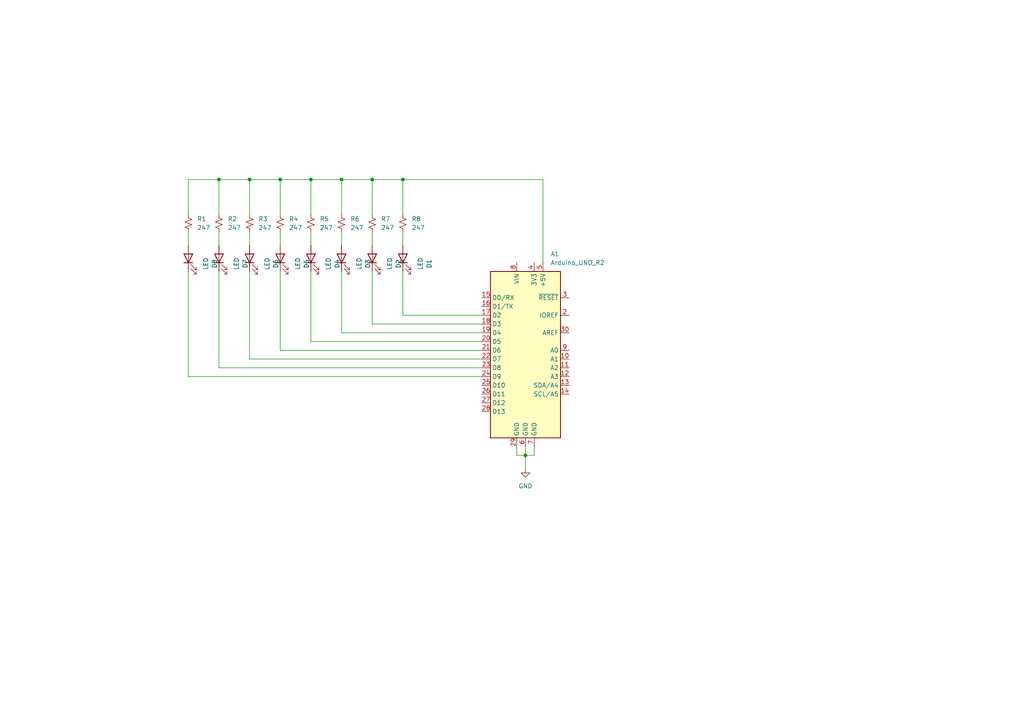
<source format=kicad_sch>
(kicad_sch (version 20230121) (generator eeschema)

  (uuid 621751e9-f39f-49fb-8a1d-3c85f72c423e)

  (paper "A4")

  (title_block
    (title "ARDUINO UNO SHIELD")
    (date "2024-01-19")
    (rev "1")
    (company "COMPANYWHATEVER")
    (comment 1 "HO CHI MINH CITY UNIVERSITY OF TECHNOLOGY")
  )

  (lib_symbols
    (symbol "Device:LED" (pin_numbers hide) (pin_names (offset 1.016) hide) (in_bom yes) (on_board yes)
      (property "Reference" "D" (at 0 2.54 0)
        (effects (font (size 1.27 1.27)))
      )
      (property "Value" "LED" (at 0 -2.54 0)
        (effects (font (size 1.27 1.27)))
      )
      (property "Footprint" "" (at 0 0 0)
        (effects (font (size 1.27 1.27)) hide)
      )
      (property "Datasheet" "~" (at 0 0 0)
        (effects (font (size 1.27 1.27)) hide)
      )
      (property "ki_keywords" "LED diode" (at 0 0 0)
        (effects (font (size 1.27 1.27)) hide)
      )
      (property "ki_description" "Light emitting diode" (at 0 0 0)
        (effects (font (size 1.27 1.27)) hide)
      )
      (property "ki_fp_filters" "LED* LED_SMD:* LED_THT:*" (at 0 0 0)
        (effects (font (size 1.27 1.27)) hide)
      )
      (symbol "LED_0_1"
        (polyline
          (pts
            (xy -1.27 -1.27)
            (xy -1.27 1.27)
          )
          (stroke (width 0.254) (type default))
          (fill (type none))
        )
        (polyline
          (pts
            (xy -1.27 0)
            (xy 1.27 0)
          )
          (stroke (width 0) (type default))
          (fill (type none))
        )
        (polyline
          (pts
            (xy 1.27 -1.27)
            (xy 1.27 1.27)
            (xy -1.27 0)
            (xy 1.27 -1.27)
          )
          (stroke (width 0.254) (type default))
          (fill (type none))
        )
        (polyline
          (pts
            (xy -3.048 -0.762)
            (xy -4.572 -2.286)
            (xy -3.81 -2.286)
            (xy -4.572 -2.286)
            (xy -4.572 -1.524)
          )
          (stroke (width 0) (type default))
          (fill (type none))
        )
        (polyline
          (pts
            (xy -1.778 -0.762)
            (xy -3.302 -2.286)
            (xy -2.54 -2.286)
            (xy -3.302 -2.286)
            (xy -3.302 -1.524)
          )
          (stroke (width 0) (type default))
          (fill (type none))
        )
      )
      (symbol "LED_1_1"
        (pin passive line (at -3.81 0 0) (length 2.54)
          (name "K" (effects (font (size 1.27 1.27))))
          (number "1" (effects (font (size 1.27 1.27))))
        )
        (pin passive line (at 3.81 0 180) (length 2.54)
          (name "A" (effects (font (size 1.27 1.27))))
          (number "2" (effects (font (size 1.27 1.27))))
        )
      )
    )
    (symbol "Device:R_Small_US" (pin_numbers hide) (pin_names (offset 0.254) hide) (in_bom yes) (on_board yes)
      (property "Reference" "R" (at 0.762 0.508 0)
        (effects (font (size 1.27 1.27)) (justify left))
      )
      (property "Value" "R_Small_US" (at 0.762 -1.016 0)
        (effects (font (size 1.27 1.27)) (justify left))
      )
      (property "Footprint" "" (at 0 0 0)
        (effects (font (size 1.27 1.27)) hide)
      )
      (property "Datasheet" "~" (at 0 0 0)
        (effects (font (size 1.27 1.27)) hide)
      )
      (property "ki_keywords" "r resistor" (at 0 0 0)
        (effects (font (size 1.27 1.27)) hide)
      )
      (property "ki_description" "Resistor, small US symbol" (at 0 0 0)
        (effects (font (size 1.27 1.27)) hide)
      )
      (property "ki_fp_filters" "R_*" (at 0 0 0)
        (effects (font (size 1.27 1.27)) hide)
      )
      (symbol "R_Small_US_1_1"
        (polyline
          (pts
            (xy 0 0)
            (xy 1.016 -0.381)
            (xy 0 -0.762)
            (xy -1.016 -1.143)
            (xy 0 -1.524)
          )
          (stroke (width 0) (type default))
          (fill (type none))
        )
        (polyline
          (pts
            (xy 0 1.524)
            (xy 1.016 1.143)
            (xy 0 0.762)
            (xy -1.016 0.381)
            (xy 0 0)
          )
          (stroke (width 0) (type default))
          (fill (type none))
        )
        (pin passive line (at 0 2.54 270) (length 1.016)
          (name "~" (effects (font (size 1.27 1.27))))
          (number "1" (effects (font (size 1.27 1.27))))
        )
        (pin passive line (at 0 -2.54 90) (length 1.016)
          (name "~" (effects (font (size 1.27 1.27))))
          (number "2" (effects (font (size 1.27 1.27))))
        )
      )
    )
    (symbol "MCU_Module:Arduino_UNO_R2" (in_bom yes) (on_board yes)
      (property "Reference" "A" (at -10.16 23.495 0)
        (effects (font (size 1.27 1.27)) (justify left bottom))
      )
      (property "Value" "Arduino_UNO_R2" (at 5.08 -26.67 0)
        (effects (font (size 1.27 1.27)) (justify left top))
      )
      (property "Footprint" "Module:Arduino_UNO_R2" (at 0 0 0)
        (effects (font (size 1.27 1.27) italic) hide)
      )
      (property "Datasheet" "https://www.arduino.cc/en/Main/arduinoBoardUno" (at 0 0 0)
        (effects (font (size 1.27 1.27)) hide)
      )
      (property "ki_keywords" "Arduino UNO R3 Microcontroller Module Atmel AVR USB" (at 0 0 0)
        (effects (font (size 1.27 1.27)) hide)
      )
      (property "ki_description" "Arduino UNO Microcontroller Module, release 2" (at 0 0 0)
        (effects (font (size 1.27 1.27)) hide)
      )
      (property "ki_fp_filters" "Arduino*UNO*R2*" (at 0 0 0)
        (effects (font (size 1.27 1.27)) hide)
      )
      (symbol "Arduino_UNO_R2_0_1"
        (rectangle (start -10.16 22.86) (end 10.16 -25.4)
          (stroke (width 0.254) (type default))
          (fill (type background))
        )
      )
      (symbol "Arduino_UNO_R2_1_1"
        (pin no_connect line (at -10.16 -20.32 0) (length 2.54) hide
          (name "NC" (effects (font (size 1.27 1.27))))
          (number "1" (effects (font (size 1.27 1.27))))
        )
        (pin bidirectional line (at 12.7 -2.54 180) (length 2.54)
          (name "A1" (effects (font (size 1.27 1.27))))
          (number "10" (effects (font (size 1.27 1.27))))
        )
        (pin bidirectional line (at 12.7 -5.08 180) (length 2.54)
          (name "A2" (effects (font (size 1.27 1.27))))
          (number "11" (effects (font (size 1.27 1.27))))
        )
        (pin bidirectional line (at 12.7 -7.62 180) (length 2.54)
          (name "A3" (effects (font (size 1.27 1.27))))
          (number "12" (effects (font (size 1.27 1.27))))
        )
        (pin bidirectional line (at 12.7 -10.16 180) (length 2.54)
          (name "SDA/A4" (effects (font (size 1.27 1.27))))
          (number "13" (effects (font (size 1.27 1.27))))
        )
        (pin bidirectional line (at 12.7 -12.7 180) (length 2.54)
          (name "SCL/A5" (effects (font (size 1.27 1.27))))
          (number "14" (effects (font (size 1.27 1.27))))
        )
        (pin bidirectional line (at -12.7 15.24 0) (length 2.54)
          (name "D0/RX" (effects (font (size 1.27 1.27))))
          (number "15" (effects (font (size 1.27 1.27))))
        )
        (pin bidirectional line (at -12.7 12.7 0) (length 2.54)
          (name "D1/TX" (effects (font (size 1.27 1.27))))
          (number "16" (effects (font (size 1.27 1.27))))
        )
        (pin bidirectional line (at -12.7 10.16 0) (length 2.54)
          (name "D2" (effects (font (size 1.27 1.27))))
          (number "17" (effects (font (size 1.27 1.27))))
        )
        (pin bidirectional line (at -12.7 7.62 0) (length 2.54)
          (name "D3" (effects (font (size 1.27 1.27))))
          (number "18" (effects (font (size 1.27 1.27))))
        )
        (pin bidirectional line (at -12.7 5.08 0) (length 2.54)
          (name "D4" (effects (font (size 1.27 1.27))))
          (number "19" (effects (font (size 1.27 1.27))))
        )
        (pin output line (at 12.7 10.16 180) (length 2.54)
          (name "IOREF" (effects (font (size 1.27 1.27))))
          (number "2" (effects (font (size 1.27 1.27))))
        )
        (pin bidirectional line (at -12.7 2.54 0) (length 2.54)
          (name "D5" (effects (font (size 1.27 1.27))))
          (number "20" (effects (font (size 1.27 1.27))))
        )
        (pin bidirectional line (at -12.7 0 0) (length 2.54)
          (name "D6" (effects (font (size 1.27 1.27))))
          (number "21" (effects (font (size 1.27 1.27))))
        )
        (pin bidirectional line (at -12.7 -2.54 0) (length 2.54)
          (name "D7" (effects (font (size 1.27 1.27))))
          (number "22" (effects (font (size 1.27 1.27))))
        )
        (pin bidirectional line (at -12.7 -5.08 0) (length 2.54)
          (name "D8" (effects (font (size 1.27 1.27))))
          (number "23" (effects (font (size 1.27 1.27))))
        )
        (pin bidirectional line (at -12.7 -7.62 0) (length 2.54)
          (name "D9" (effects (font (size 1.27 1.27))))
          (number "24" (effects (font (size 1.27 1.27))))
        )
        (pin bidirectional line (at -12.7 -10.16 0) (length 2.54)
          (name "D10" (effects (font (size 1.27 1.27))))
          (number "25" (effects (font (size 1.27 1.27))))
        )
        (pin bidirectional line (at -12.7 -12.7 0) (length 2.54)
          (name "D11" (effects (font (size 1.27 1.27))))
          (number "26" (effects (font (size 1.27 1.27))))
        )
        (pin bidirectional line (at -12.7 -15.24 0) (length 2.54)
          (name "D12" (effects (font (size 1.27 1.27))))
          (number "27" (effects (font (size 1.27 1.27))))
        )
        (pin bidirectional line (at -12.7 -17.78 0) (length 2.54)
          (name "D13" (effects (font (size 1.27 1.27))))
          (number "28" (effects (font (size 1.27 1.27))))
        )
        (pin power_in line (at -2.54 -27.94 90) (length 2.54)
          (name "GND" (effects (font (size 1.27 1.27))))
          (number "29" (effects (font (size 1.27 1.27))))
        )
        (pin input line (at 12.7 15.24 180) (length 2.54)
          (name "~{RESET}" (effects (font (size 1.27 1.27))))
          (number "3" (effects (font (size 1.27 1.27))))
        )
        (pin input line (at 12.7 5.08 180) (length 2.54)
          (name "AREF" (effects (font (size 1.27 1.27))))
          (number "30" (effects (font (size 1.27 1.27))))
        )
        (pin power_out line (at 2.54 25.4 270) (length 2.54)
          (name "3V3" (effects (font (size 1.27 1.27))))
          (number "4" (effects (font (size 1.27 1.27))))
        )
        (pin power_out line (at 5.08 25.4 270) (length 2.54)
          (name "+5V" (effects (font (size 1.27 1.27))))
          (number "5" (effects (font (size 1.27 1.27))))
        )
        (pin power_in line (at 0 -27.94 90) (length 2.54)
          (name "GND" (effects (font (size 1.27 1.27))))
          (number "6" (effects (font (size 1.27 1.27))))
        )
        (pin power_in line (at 2.54 -27.94 90) (length 2.54)
          (name "GND" (effects (font (size 1.27 1.27))))
          (number "7" (effects (font (size 1.27 1.27))))
        )
        (pin power_in line (at -2.54 25.4 270) (length 2.54)
          (name "VIN" (effects (font (size 1.27 1.27))))
          (number "8" (effects (font (size 1.27 1.27))))
        )
        (pin bidirectional line (at 12.7 0 180) (length 2.54)
          (name "A0" (effects (font (size 1.27 1.27))))
          (number "9" (effects (font (size 1.27 1.27))))
        )
      )
    )
    (symbol "power:GND" (power) (pin_names (offset 0)) (in_bom yes) (on_board yes)
      (property "Reference" "#PWR" (at 0 -6.35 0)
        (effects (font (size 1.27 1.27)) hide)
      )
      (property "Value" "GND" (at 0 -3.81 0)
        (effects (font (size 1.27 1.27)))
      )
      (property "Footprint" "" (at 0 0 0)
        (effects (font (size 1.27 1.27)) hide)
      )
      (property "Datasheet" "" (at 0 0 0)
        (effects (font (size 1.27 1.27)) hide)
      )
      (property "ki_keywords" "global power" (at 0 0 0)
        (effects (font (size 1.27 1.27)) hide)
      )
      (property "ki_description" "Power symbol creates a global label with name \"GND\" , ground" (at 0 0 0)
        (effects (font (size 1.27 1.27)) hide)
      )
      (symbol "GND_0_1"
        (polyline
          (pts
            (xy 0 0)
            (xy 0 -1.27)
            (xy 1.27 -1.27)
            (xy 0 -2.54)
            (xy -1.27 -1.27)
            (xy 0 -1.27)
          )
          (stroke (width 0) (type default))
          (fill (type none))
        )
      )
      (symbol "GND_1_1"
        (pin power_in line (at 0 0 270) (length 0) hide
          (name "GND" (effects (font (size 1.27 1.27))))
          (number "1" (effects (font (size 1.27 1.27))))
        )
      )
    )
  )

  (junction (at 90.17 52.07) (diameter 0) (color 0 0 0 0)
    (uuid 1eb9d2be-7d85-4956-a39d-4caad72c0773)
  )
  (junction (at 116.84 52.07) (diameter 0) (color 0 0 0 0)
    (uuid 43bf736a-5627-4c23-98e2-64590e66a930)
  )
  (junction (at 63.5 52.07) (diameter 0) (color 0 0 0 0)
    (uuid 8bf936ab-14de-49db-aada-f436b0f70b60)
  )
  (junction (at 152.4 132.08) (diameter 0) (color 0 0 0 0)
    (uuid 9929d940-5fad-487e-8487-c01af77bb634)
  )
  (junction (at 99.06 52.07) (diameter 0) (color 0 0 0 0)
    (uuid a3c852e5-1b27-435f-9a13-1b8ede5436a5)
  )
  (junction (at 81.28 52.07) (diameter 0) (color 0 0 0 0)
    (uuid c4c80cdb-10bd-417a-9006-30046d849c1d)
  )
  (junction (at 107.95 52.07) (diameter 0) (color 0 0 0 0)
    (uuid f2204228-e269-48ac-a6ee-365745e0dda4)
  )
  (junction (at 72.39 52.07) (diameter 0) (color 0 0 0 0)
    (uuid fbb6f2a4-79a8-43f3-9206-481b96cde67f)
  )

  (wire (pts (xy 152.4 132.08) (xy 154.94 132.08))
    (stroke (width 0) (type default))
    (uuid 03f767d4-38c5-4b2e-957e-dbcf4c507c21)
  )
  (wire (pts (xy 81.28 78.74) (xy 81.28 101.6))
    (stroke (width 0) (type default))
    (uuid 04075a2c-b203-411c-ae35-6e37c28a3204)
  )
  (wire (pts (xy 81.28 52.07) (xy 81.28 62.23))
    (stroke (width 0) (type default))
    (uuid 0b8ffae5-8525-4cf6-ab41-af041fdd5c05)
  )
  (wire (pts (xy 99.06 52.07) (xy 90.17 52.07))
    (stroke (width 0) (type default))
    (uuid 19ba18ab-4bd7-401d-a512-d3e2de484ec0)
  )
  (wire (pts (xy 157.48 52.07) (xy 116.84 52.07))
    (stroke (width 0) (type default))
    (uuid 1e34ad06-cd73-49e3-9567-3e706c5abc82)
  )
  (wire (pts (xy 139.7 93.98) (xy 107.95 93.98))
    (stroke (width 0) (type default))
    (uuid 1f9535e7-4070-4e62-8315-016c8d0e88f8)
  )
  (wire (pts (xy 54.61 52.07) (xy 54.61 62.23))
    (stroke (width 0) (type default))
    (uuid 238b50a1-cf17-4ef6-90c0-ea8a38878c53)
  )
  (wire (pts (xy 107.95 93.98) (xy 107.95 78.74))
    (stroke (width 0) (type default))
    (uuid 2d7f6b20-3719-4291-b500-4ea83aad04ce)
  )
  (wire (pts (xy 139.7 104.14) (xy 72.39 104.14))
    (stroke (width 0) (type default))
    (uuid 3078bce2-4dc1-49d1-9e0a-a3360e40be8c)
  )
  (wire (pts (xy 107.95 52.07) (xy 107.95 62.23))
    (stroke (width 0) (type default))
    (uuid 350ed4d7-d4c4-4645-b619-14e5c348e1ae)
  )
  (wire (pts (xy 99.06 78.74) (xy 99.06 96.52))
    (stroke (width 0) (type default))
    (uuid 37263ea9-da36-420e-b58b-c20a0bfaa887)
  )
  (wire (pts (xy 81.28 67.31) (xy 81.28 71.12))
    (stroke (width 0) (type default))
    (uuid 3895c4ad-b754-4509-ab7e-838ebc882cad)
  )
  (wire (pts (xy 107.95 52.07) (xy 99.06 52.07))
    (stroke (width 0) (type default))
    (uuid 3ce1bf6a-2e93-408d-8018-0d5fa33d06a3)
  )
  (wire (pts (xy 107.95 67.31) (xy 107.95 71.12))
    (stroke (width 0) (type default))
    (uuid 3ff4a345-cba0-476f-a4ef-4e20efd5e143)
  )
  (wire (pts (xy 157.48 76.2) (xy 157.48 52.07))
    (stroke (width 0) (type default))
    (uuid 4d7e7a0d-0a58-4360-820b-2073cbeaf4b2)
  )
  (wire (pts (xy 116.84 52.07) (xy 107.95 52.07))
    (stroke (width 0) (type default))
    (uuid 5719090b-11d3-49a1-9f56-f6a63a9e755c)
  )
  (wire (pts (xy 63.5 78.74) (xy 63.5 106.68))
    (stroke (width 0) (type default))
    (uuid 576f8887-380b-442b-94cd-086e1950cf4b)
  )
  (wire (pts (xy 99.06 96.52) (xy 139.7 96.52))
    (stroke (width 0) (type default))
    (uuid 5d678f71-b8d6-45b3-93bd-a2f50e8cfe7d)
  )
  (wire (pts (xy 152.4 129.54) (xy 152.4 132.08))
    (stroke (width 0) (type default))
    (uuid 6468225d-52ab-4e7d-915d-eb970f97265a)
  )
  (wire (pts (xy 90.17 67.31) (xy 90.17 71.12))
    (stroke (width 0) (type default))
    (uuid 6981f45f-af9e-41df-bc1b-a5eb248fd62a)
  )
  (wire (pts (xy 81.28 52.07) (xy 72.39 52.07))
    (stroke (width 0) (type default))
    (uuid 6cb8846b-1c62-4a4a-aa21-421f95706d6c)
  )
  (wire (pts (xy 149.86 132.08) (xy 152.4 132.08))
    (stroke (width 0) (type default))
    (uuid 6dd84069-9080-44df-a365-29c981766375)
  )
  (wire (pts (xy 90.17 52.07) (xy 81.28 52.07))
    (stroke (width 0) (type default))
    (uuid 7e7ddfca-d3a4-4009-b82b-e3fa14252ede)
  )
  (wire (pts (xy 54.61 109.22) (xy 54.61 78.74))
    (stroke (width 0) (type default))
    (uuid 8a6b3ef3-a6cc-4e7e-84ab-e64f7796f128)
  )
  (wire (pts (xy 72.39 67.31) (xy 72.39 71.12))
    (stroke (width 0) (type default))
    (uuid 94a776e7-a7ae-4f99-83bb-cb81438978a6)
  )
  (wire (pts (xy 72.39 104.14) (xy 72.39 78.74))
    (stroke (width 0) (type default))
    (uuid 98775065-8d47-420a-a0c7-b8031661b640)
  )
  (wire (pts (xy 63.5 52.07) (xy 63.5 62.23))
    (stroke (width 0) (type default))
    (uuid 9c56097e-f20e-4ab3-9dc3-8e0c5c89c639)
  )
  (wire (pts (xy 99.06 52.07) (xy 99.06 62.23))
    (stroke (width 0) (type default))
    (uuid 9ce80800-e69d-4550-98cb-650fe4ef7b71)
  )
  (wire (pts (xy 63.5 67.31) (xy 63.5 71.12))
    (stroke (width 0) (type default))
    (uuid a2032719-9baa-4f1f-98e9-823855c1c25a)
  )
  (wire (pts (xy 116.84 78.74) (xy 116.84 91.44))
    (stroke (width 0) (type default))
    (uuid a4b4bf99-d3b2-4889-92e4-8a1d52b32e5e)
  )
  (wire (pts (xy 90.17 52.07) (xy 90.17 62.23))
    (stroke (width 0) (type default))
    (uuid a753f2e8-71ed-49dc-8df2-5ec3dae4be5e)
  )
  (wire (pts (xy 99.06 67.31) (xy 99.06 71.12))
    (stroke (width 0) (type default))
    (uuid af44d221-df0a-42b6-8b4b-a9b1c4493dcd)
  )
  (wire (pts (xy 81.28 101.6) (xy 139.7 101.6))
    (stroke (width 0) (type default))
    (uuid c172b30e-c2bb-4e12-bca0-4e7792128b35)
  )
  (wire (pts (xy 72.39 52.07) (xy 72.39 62.23))
    (stroke (width 0) (type default))
    (uuid c3b5464b-aaea-412b-832b-025d9831ba27)
  )
  (wire (pts (xy 116.84 52.07) (xy 116.84 62.23))
    (stroke (width 0) (type default))
    (uuid c7356d09-e437-435b-a5e1-60a124114691)
  )
  (wire (pts (xy 154.94 132.08) (xy 154.94 129.54))
    (stroke (width 0) (type default))
    (uuid cb917048-b80c-4bc0-858c-653ea68e6f1f)
  )
  (wire (pts (xy 90.17 99.06) (xy 90.17 78.74))
    (stroke (width 0) (type default))
    (uuid cea89afe-7b6e-407a-8a8f-0460ad5fdd7d)
  )
  (wire (pts (xy 63.5 106.68) (xy 139.7 106.68))
    (stroke (width 0) (type default))
    (uuid cfc7eb97-ff60-4071-9088-13b8fe294a76)
  )
  (wire (pts (xy 152.4 132.08) (xy 152.4 135.89))
    (stroke (width 0) (type default))
    (uuid d0297b6b-5ce7-4c1f-91f1-e605dcdcb7c4)
  )
  (wire (pts (xy 63.5 52.07) (xy 54.61 52.07))
    (stroke (width 0) (type default))
    (uuid d91cdbf1-a375-4752-ba7a-915ffbad8804)
  )
  (wire (pts (xy 116.84 91.44) (xy 139.7 91.44))
    (stroke (width 0) (type default))
    (uuid d9cf5407-47ee-42af-b71d-d3107c18bdb7)
  )
  (wire (pts (xy 139.7 109.22) (xy 54.61 109.22))
    (stroke (width 0) (type default))
    (uuid e0beeeca-2974-4867-a312-e64b77401d6e)
  )
  (wire (pts (xy 116.84 67.31) (xy 116.84 71.12))
    (stroke (width 0) (type default))
    (uuid eab3756b-2b3c-455a-80ca-055b2abc8442)
  )
  (wire (pts (xy 54.61 67.31) (xy 54.61 71.12))
    (stroke (width 0) (type default))
    (uuid f36cd8de-c7ab-4d7d-9c1b-63cd097ceb0d)
  )
  (wire (pts (xy 72.39 52.07) (xy 63.5 52.07))
    (stroke (width 0) (type default))
    (uuid fa7875cd-d5af-457f-a626-28ffbcdd0299)
  )
  (wire (pts (xy 149.86 129.54) (xy 149.86 132.08))
    (stroke (width 0) (type default))
    (uuid fc8a0531-84eb-45b5-82a9-773207e92265)
  )
  (wire (pts (xy 139.7 99.06) (xy 90.17 99.06))
    (stroke (width 0) (type default))
    (uuid fce998df-f668-4054-a164-a273bd3a2973)
  )

  (symbol (lib_id "Device:LED") (at 90.17 74.93 90) (unit 1)
    (in_bom yes) (on_board yes) (dnp no) (fields_autoplaced)
    (uuid 1adc8501-8d9b-4910-b12c-de9f6e365bef)
    (property "Reference" "D4" (at 97.79 76.5175 0)
      (effects (font (size 1.27 1.27)))
    )
    (property "Value" "LED" (at 95.25 76.5175 0)
      (effects (font (size 1.27 1.27)))
    )
    (property "Footprint" "LED_SMD:LED_0805_2012Metric" (at 90.17 74.93 0)
      (effects (font (size 1.27 1.27)) hide)
    )
    (property "Datasheet" "~" (at 90.17 74.93 0)
      (effects (font (size 1.27 1.27)) hide)
    )
    (pin "1" (uuid 1086f5fd-ca61-4b59-8d4e-cde0759ea5ac))
    (pin "2" (uuid b6e0474e-3bb3-4e68-a011-ab18533bc9e1))
    (instances
      (project "arduino uno shield"
        (path "/621751e9-f39f-49fb-8a1d-3c85f72c423e"
          (reference "D4") (unit 1)
        )
      )
    )
  )

  (symbol (lib_id "Device:LED") (at 63.5 74.93 90) (unit 1)
    (in_bom yes) (on_board yes) (dnp no) (fields_autoplaced)
    (uuid 35cccd2b-dd72-4de3-b8d8-77c06416eff4)
    (property "Reference" "D7" (at 71.12 76.5175 0)
      (effects (font (size 1.27 1.27)))
    )
    (property "Value" "LED" (at 68.58 76.5175 0)
      (effects (font (size 1.27 1.27)))
    )
    (property "Footprint" "LED_SMD:LED_0805_2012Metric" (at 63.5 74.93 0)
      (effects (font (size 1.27 1.27)) hide)
    )
    (property "Datasheet" "~" (at 63.5 74.93 0)
      (effects (font (size 1.27 1.27)) hide)
    )
    (pin "1" (uuid d90fdb15-cd2d-431f-8a61-aa20e1b690f9))
    (pin "2" (uuid 04e9c200-3237-454e-9f4a-92d316b0fe04))
    (instances
      (project "arduino uno shield"
        (path "/621751e9-f39f-49fb-8a1d-3c85f72c423e"
          (reference "D7") (unit 1)
        )
      )
    )
  )

  (symbol (lib_id "Device:R_Small_US") (at 54.61 64.77 0) (unit 1)
    (in_bom yes) (on_board yes) (dnp no) (fields_autoplaced)
    (uuid 38f137b9-65ca-40c0-884a-f569a0de6a82)
    (property "Reference" "R1" (at 57.15 63.5 0)
      (effects (font (size 1.27 1.27)) (justify left))
    )
    (property "Value" "247" (at 57.15 66.04 0)
      (effects (font (size 1.27 1.27)) (justify left))
    )
    (property "Footprint" "Resistor_SMD:R_0603_1608Metric" (at 54.61 64.77 0)
      (effects (font (size 1.27 1.27)) hide)
    )
    (property "Datasheet" "~" (at 54.61 64.77 0)
      (effects (font (size 1.27 1.27)) hide)
    )
    (pin "1" (uuid 1f9d2be1-4b9f-487c-bcf2-9ba51a4d45cb))
    (pin "2" (uuid ba723149-d9e1-4ea6-b850-f94ea2f62e93))
    (instances
      (project "arduino uno shield"
        (path "/621751e9-f39f-49fb-8a1d-3c85f72c423e"
          (reference "R1") (unit 1)
        )
      )
    )
  )

  (symbol (lib_id "Device:R_Small_US") (at 72.39 64.77 0) (unit 1)
    (in_bom yes) (on_board yes) (dnp no) (fields_autoplaced)
    (uuid 5281b367-f3f0-4f42-a928-fe45e665ff9b)
    (property "Reference" "R3" (at 74.93 63.5 0)
      (effects (font (size 1.27 1.27)) (justify left))
    )
    (property "Value" "247" (at 74.93 66.04 0)
      (effects (font (size 1.27 1.27)) (justify left))
    )
    (property "Footprint" "Resistor_SMD:R_0603_1608Metric" (at 72.39 64.77 0)
      (effects (font (size 1.27 1.27)) hide)
    )
    (property "Datasheet" "~" (at 72.39 64.77 0)
      (effects (font (size 1.27 1.27)) hide)
    )
    (pin "1" (uuid 7128c887-13a6-4220-8244-aa9996e39fce))
    (pin "2" (uuid 5f353bac-23c2-4512-9f69-54ba60f46c0b))
    (instances
      (project "arduino uno shield"
        (path "/621751e9-f39f-49fb-8a1d-3c85f72c423e"
          (reference "R3") (unit 1)
        )
      )
    )
  )

  (symbol (lib_id "MCU_Module:Arduino_UNO_R2") (at 152.4 101.6 0) (unit 1)
    (in_bom yes) (on_board yes) (dnp no) (fields_autoplaced)
    (uuid 5445e5ed-55f1-40f3-805e-9f30df4a7388)
    (property "Reference" "A1" (at 159.6741 73.66 0)
      (effects (font (size 1.27 1.27)) (justify left))
    )
    (property "Value" "Arduino_UNO_R2" (at 159.6741 76.2 0)
      (effects (font (size 1.27 1.27)) (justify left))
    )
    (property "Footprint" "Module:Arduino_UNO_R2" (at 152.4 101.6 0)
      (effects (font (size 1.27 1.27) italic) hide)
    )
    (property "Datasheet" "https://www.arduino.cc/en/Main/arduinoBoardUno" (at 152.4 101.6 0)
      (effects (font (size 1.27 1.27)) hide)
    )
    (pin "1" (uuid 64683ff5-2288-486e-9cc6-3dc9095b4b2b))
    (pin "10" (uuid 5c1d97d9-63a5-452c-a0aa-e8f1bca68035))
    (pin "11" (uuid a83af48c-6aa4-46bf-9bdd-304efb474567))
    (pin "12" (uuid bb516579-4ca8-4ba4-894f-d2fdcb6edf6b))
    (pin "13" (uuid 490524b5-6f81-407d-9966-531796edc93d))
    (pin "14" (uuid dda81111-9dc9-4562-9c3f-2be0bb19d457))
    (pin "15" (uuid 6a8c1658-e8c3-42e4-a73f-f6c5936c9892))
    (pin "16" (uuid 70aafe57-044d-4e53-b851-1596ef2148f0))
    (pin "17" (uuid 285eb219-45df-4795-ab67-d559836cf128))
    (pin "18" (uuid 951cc715-bd60-4586-ba07-cc7f4df46c39))
    (pin "19" (uuid 4884b79e-2134-45d3-98d5-8b4e30e654b8))
    (pin "2" (uuid e5c50991-fa54-48c4-8490-6fafb70f80ac))
    (pin "20" (uuid a68d58b7-a0bc-4a36-8a2a-1463ba579e3b))
    (pin "21" (uuid 44ba2e3a-b499-44a6-8d82-cef5cea08b74))
    (pin "22" (uuid 739358d1-62aa-4897-a711-e5cf1fc515a7))
    (pin "23" (uuid bb3dc248-6b55-455a-b9ae-12f0af39d220))
    (pin "24" (uuid dcfa81d6-2146-4231-afb1-eef9be9073c1))
    (pin "25" (uuid 0b787f9f-aa7f-49fc-bea5-5c2d25dde99c))
    (pin "26" (uuid 23990d57-1754-4076-b082-3997f552f4fa))
    (pin "27" (uuid 86e50e9f-f08d-4920-bdc9-5a4195faba7b))
    (pin "28" (uuid fe2fd3e2-1d2e-4d20-b35e-fc846625202a))
    (pin "29" (uuid 16edd32d-f8ba-4914-9605-51fef912e8b9))
    (pin "3" (uuid ded6d120-cb56-44a7-8a60-754a02e4f8e5))
    (pin "30" (uuid 9cc4b560-5e4a-41ce-9df2-868eade3994f))
    (pin "4" (uuid d39a0a71-f9b8-4f14-8cc2-788fd252c0dd))
    (pin "5" (uuid 3d350e84-8198-4710-a77f-ffa44d80ff14))
    (pin "6" (uuid ff3e00a9-62b8-4cd5-9c1b-cee354488a4d))
    (pin "7" (uuid 84567ff6-0822-430c-a38c-0f5476a4305c))
    (pin "8" (uuid 622f9bda-779e-4c34-86d0-57fc2f14c179))
    (pin "9" (uuid 62df258e-aee5-4c1c-a29c-3138775f9ee5))
    (instances
      (project "arduino uno shield"
        (path "/621751e9-f39f-49fb-8a1d-3c85f72c423e"
          (reference "A1") (unit 1)
        )
      )
    )
  )

  (symbol (lib_id "Device:LED") (at 81.28 74.93 90) (unit 1)
    (in_bom yes) (on_board yes) (dnp no)
    (uuid 5597b929-301f-43a7-a9d8-a7008223f01e)
    (property "Reference" "D5" (at 88.9 76.5175 0)
      (effects (font (size 1.27 1.27)))
    )
    (property "Value" "LED" (at 86.36 76.5175 0)
      (effects (font (size 1.27 1.27)))
    )
    (property "Footprint" "LED_SMD:LED_0805_2012Metric" (at 81.28 74.93 0)
      (effects (font (size 1.27 1.27)) hide)
    )
    (property "Datasheet" "~" (at 81.28 74.93 0)
      (effects (font (size 1.27 1.27)) hide)
    )
    (pin "1" (uuid a454c2d8-eb13-4325-b913-10699e45a887))
    (pin "2" (uuid 4866c8fd-bc8b-41c8-b103-e22f8ee1c686))
    (instances
      (project "arduino uno shield"
        (path "/621751e9-f39f-49fb-8a1d-3c85f72c423e"
          (reference "D5") (unit 1)
        )
      )
    )
  )

  (symbol (lib_id "Device:LED") (at 99.06 74.93 90) (unit 1)
    (in_bom yes) (on_board yes) (dnp no) (fields_autoplaced)
    (uuid 6106fbdd-a907-483c-b26f-ec8cc91e8b47)
    (property "Reference" "D3" (at 106.68 76.5175 0)
      (effects (font (size 1.27 1.27)))
    )
    (property "Value" "LED" (at 104.14 76.5175 0)
      (effects (font (size 1.27 1.27)))
    )
    (property "Footprint" "LED_SMD:LED_0805_2012Metric" (at 99.06 74.93 0)
      (effects (font (size 1.27 1.27)) hide)
    )
    (property "Datasheet" "~" (at 99.06 74.93 0)
      (effects (font (size 1.27 1.27)) hide)
    )
    (pin "1" (uuid 7bc4e392-2182-4d0f-961c-3dba68bad520))
    (pin "2" (uuid b14b4066-9807-48be-a598-3235c32eea55))
    (instances
      (project "arduino uno shield"
        (path "/621751e9-f39f-49fb-8a1d-3c85f72c423e"
          (reference "D3") (unit 1)
        )
      )
    )
  )

  (symbol (lib_id "Device:LED") (at 54.61 74.93 90) (unit 1)
    (in_bom yes) (on_board yes) (dnp no) (fields_autoplaced)
    (uuid 654cc796-4168-4988-b976-463d2067ed54)
    (property "Reference" "D8" (at 62.23 76.5175 0)
      (effects (font (size 1.27 1.27)))
    )
    (property "Value" "LED" (at 59.69 76.5175 0)
      (effects (font (size 1.27 1.27)))
    )
    (property "Footprint" "LED_SMD:LED_0805_2012Metric" (at 54.61 74.93 0)
      (effects (font (size 1.27 1.27)) hide)
    )
    (property "Datasheet" "~" (at 54.61 74.93 0)
      (effects (font (size 1.27 1.27)) hide)
    )
    (pin "1" (uuid 65b3a278-0f78-472a-9ca7-7f832f2c40f2))
    (pin "2" (uuid b27a0ac0-3e96-4dab-83fa-857afb6c9786))
    (instances
      (project "arduino uno shield"
        (path "/621751e9-f39f-49fb-8a1d-3c85f72c423e"
          (reference "D8") (unit 1)
        )
      )
    )
  )

  (symbol (lib_id "power:GND") (at 152.4 135.89 0) (unit 1)
    (in_bom yes) (on_board yes) (dnp no) (fields_autoplaced)
    (uuid 6b98a462-bc04-43f0-8a17-c6942beec461)
    (property "Reference" "#PWR01" (at 152.4 142.24 0)
      (effects (font (size 1.27 1.27)) hide)
    )
    (property "Value" "GND" (at 152.4 140.97 0)
      (effects (font (size 1.27 1.27)))
    )
    (property "Footprint" "" (at 152.4 135.89 0)
      (effects (font (size 1.27 1.27)) hide)
    )
    (property "Datasheet" "" (at 152.4 135.89 0)
      (effects (font (size 1.27 1.27)) hide)
    )
    (pin "1" (uuid 5279b1c2-8bd3-4537-af96-a9af2e2eb96b))
    (instances
      (project "arduino uno shield"
        (path "/621751e9-f39f-49fb-8a1d-3c85f72c423e"
          (reference "#PWR01") (unit 1)
        )
      )
    )
  )

  (symbol (lib_id "Device:R_Small_US") (at 63.5 64.77 0) (unit 1)
    (in_bom yes) (on_board yes) (dnp no) (fields_autoplaced)
    (uuid 78001038-0578-43dc-90ac-ad7905d1c2e3)
    (property "Reference" "R2" (at 66.04 63.5 0)
      (effects (font (size 1.27 1.27)) (justify left))
    )
    (property "Value" "247" (at 66.04 66.04 0)
      (effects (font (size 1.27 1.27)) (justify left))
    )
    (property "Footprint" "Resistor_SMD:R_0603_1608Metric" (at 63.5 64.77 0)
      (effects (font (size 1.27 1.27)) hide)
    )
    (property "Datasheet" "~" (at 63.5 64.77 0)
      (effects (font (size 1.27 1.27)) hide)
    )
    (pin "1" (uuid c635bbe8-c20e-490b-be42-9b07ec4ad627))
    (pin "2" (uuid 952eb728-432a-4b44-917f-b4fb1fa4d219))
    (instances
      (project "arduino uno shield"
        (path "/621751e9-f39f-49fb-8a1d-3c85f72c423e"
          (reference "R2") (unit 1)
        )
      )
    )
  )

  (symbol (lib_id "Device:R_Small_US") (at 116.84 64.77 0) (unit 1)
    (in_bom yes) (on_board yes) (dnp no) (fields_autoplaced)
    (uuid 7c429cec-90a8-4270-9e60-38cde966ba91)
    (property "Reference" "R8" (at 119.38 63.5 0)
      (effects (font (size 1.27 1.27)) (justify left))
    )
    (property "Value" "247" (at 119.38 66.04 0)
      (effects (font (size 1.27 1.27)) (justify left))
    )
    (property "Footprint" "Resistor_SMD:R_0603_1608Metric" (at 116.84 64.77 0)
      (effects (font (size 1.27 1.27)) hide)
    )
    (property "Datasheet" "~" (at 116.84 64.77 0)
      (effects (font (size 1.27 1.27)) hide)
    )
    (pin "1" (uuid 18b79bbf-d86c-4f32-b39b-6e8ad8169d45))
    (pin "2" (uuid e632d352-3df5-4c86-b501-175b2c0e5f41))
    (instances
      (project "arduino uno shield"
        (path "/621751e9-f39f-49fb-8a1d-3c85f72c423e"
          (reference "R8") (unit 1)
        )
      )
    )
  )

  (symbol (lib_id "Device:R_Small_US") (at 107.95 64.77 0) (unit 1)
    (in_bom yes) (on_board yes) (dnp no) (fields_autoplaced)
    (uuid 802fb3d4-2363-477f-9f24-5d3584982396)
    (property "Reference" "R7" (at 110.49 63.5 0)
      (effects (font (size 1.27 1.27)) (justify left))
    )
    (property "Value" "247" (at 110.49 66.04 0)
      (effects (font (size 1.27 1.27)) (justify left))
    )
    (property "Footprint" "Resistor_SMD:R_0603_1608Metric" (at 107.95 64.77 0)
      (effects (font (size 1.27 1.27)) hide)
    )
    (property "Datasheet" "~" (at 107.95 64.77 0)
      (effects (font (size 1.27 1.27)) hide)
    )
    (pin "1" (uuid d1bd11e0-a46f-49df-8d43-ada33e2e1bc7))
    (pin "2" (uuid 48f63cb0-2af2-450b-9d18-64f7404c1338))
    (instances
      (project "arduino uno shield"
        (path "/621751e9-f39f-49fb-8a1d-3c85f72c423e"
          (reference "R7") (unit 1)
        )
      )
    )
  )

  (symbol (lib_id "Device:R_Small_US") (at 81.28 64.77 0) (unit 1)
    (in_bom yes) (on_board yes) (dnp no) (fields_autoplaced)
    (uuid 8c6f419a-9df3-4840-a8b1-f794bc8c3a81)
    (property "Reference" "R4" (at 83.82 63.5 0)
      (effects (font (size 1.27 1.27)) (justify left))
    )
    (property "Value" "247" (at 83.82 66.04 0)
      (effects (font (size 1.27 1.27)) (justify left))
    )
    (property "Footprint" "Resistor_SMD:R_0603_1608Metric" (at 81.28 64.77 0)
      (effects (font (size 1.27 1.27)) hide)
    )
    (property "Datasheet" "~" (at 81.28 64.77 0)
      (effects (font (size 1.27 1.27)) hide)
    )
    (pin "1" (uuid ffbe195d-cc88-451e-811a-3be2817078ee))
    (pin "2" (uuid b0e8bcc4-b1fa-4721-8edd-4e17b1f9d624))
    (instances
      (project "arduino uno shield"
        (path "/621751e9-f39f-49fb-8a1d-3c85f72c423e"
          (reference "R4") (unit 1)
        )
      )
    )
  )

  (symbol (lib_id "Device:LED") (at 72.39 74.93 90) (unit 1)
    (in_bom yes) (on_board yes) (dnp no) (fields_autoplaced)
    (uuid 93ccf58b-d754-480c-89ea-b659630ea84c)
    (property "Reference" "D6" (at 80.01 76.5175 0)
      (effects (font (size 1.27 1.27)))
    )
    (property "Value" "LED" (at 77.47 76.5175 0)
      (effects (font (size 1.27 1.27)))
    )
    (property "Footprint" "LED_SMD:LED_0805_2012Metric" (at 72.39 74.93 0)
      (effects (font (size 1.27 1.27)) hide)
    )
    (property "Datasheet" "~" (at 72.39 74.93 0)
      (effects (font (size 1.27 1.27)) hide)
    )
    (pin "1" (uuid a430c40a-800a-441a-a2d3-ccfb1097c5f1))
    (pin "2" (uuid 6f6351c9-275b-4c3a-ba26-16d65a2b57ca))
    (instances
      (project "arduino uno shield"
        (path "/621751e9-f39f-49fb-8a1d-3c85f72c423e"
          (reference "D6") (unit 1)
        )
      )
    )
  )

  (symbol (lib_id "Device:R_Small_US") (at 90.17 64.77 0) (unit 1)
    (in_bom yes) (on_board yes) (dnp no) (fields_autoplaced)
    (uuid a96a88c6-7bb3-46cf-ac4d-c49871b55515)
    (property "Reference" "R5" (at 92.71 63.5 0)
      (effects (font (size 1.27 1.27)) (justify left))
    )
    (property "Value" "247" (at 92.71 66.04 0)
      (effects (font (size 1.27 1.27)) (justify left))
    )
    (property "Footprint" "Resistor_SMD:R_0603_1608Metric" (at 90.17 64.77 0)
      (effects (font (size 1.27 1.27)) hide)
    )
    (property "Datasheet" "~" (at 90.17 64.77 0)
      (effects (font (size 1.27 1.27)) hide)
    )
    (pin "1" (uuid 8c9b3dd2-d692-4b17-80a4-1603af724859))
    (pin "2" (uuid c69cc272-bd83-414d-b6f1-81f7c5ccea6e))
    (instances
      (project "arduino uno shield"
        (path "/621751e9-f39f-49fb-8a1d-3c85f72c423e"
          (reference "R5") (unit 1)
        )
      )
    )
  )

  (symbol (lib_id "Device:LED") (at 116.84 74.93 90) (unit 1)
    (in_bom yes) (on_board yes) (dnp no) (fields_autoplaced)
    (uuid ba684ee0-f8fb-4c11-9f30-c55ed5d24468)
    (property "Reference" "D1" (at 124.46 76.5175 0)
      (effects (font (size 1.27 1.27)))
    )
    (property "Value" "LED" (at 121.92 76.5175 0)
      (effects (font (size 1.27 1.27)))
    )
    (property "Footprint" "LED_SMD:LED_0805_2012Metric" (at 116.84 74.93 0)
      (effects (font (size 1.27 1.27)) hide)
    )
    (property "Datasheet" "~" (at 116.84 74.93 0)
      (effects (font (size 1.27 1.27)) hide)
    )
    (pin "1" (uuid 7be1876e-e072-44fd-8ea9-1f5e0f508e82))
    (pin "2" (uuid 9ff0d7d6-893d-4798-a50b-0949a1b867db))
    (instances
      (project "arduino uno shield"
        (path "/621751e9-f39f-49fb-8a1d-3c85f72c423e"
          (reference "D1") (unit 1)
        )
      )
    )
  )

  (symbol (lib_id "Device:LED") (at 107.95 74.93 90) (unit 1)
    (in_bom yes) (on_board yes) (dnp no) (fields_autoplaced)
    (uuid c23094b7-00f4-4f4f-90a2-932fd261d236)
    (property "Reference" "D2" (at 115.57 76.5175 0)
      (effects (font (size 1.27 1.27)))
    )
    (property "Value" "LED" (at 113.03 76.5175 0)
      (effects (font (size 1.27 1.27)))
    )
    (property "Footprint" "LED_SMD:LED_0805_2012Metric" (at 107.95 74.93 0)
      (effects (font (size 1.27 1.27)) hide)
    )
    (property "Datasheet" "~" (at 107.95 74.93 0)
      (effects (font (size 1.27 1.27)) hide)
    )
    (pin "1" (uuid c787390e-ee6b-4de4-b301-e1ae1341757e))
    (pin "2" (uuid da790400-81ed-47e9-a519-c6a3300009b6))
    (instances
      (project "arduino uno shield"
        (path "/621751e9-f39f-49fb-8a1d-3c85f72c423e"
          (reference "D2") (unit 1)
        )
      )
    )
  )

  (symbol (lib_id "Device:R_Small_US") (at 99.06 64.77 0) (unit 1)
    (in_bom yes) (on_board yes) (dnp no) (fields_autoplaced)
    (uuid f9522641-61bd-45f6-a2ff-ecf96f76e8fc)
    (property "Reference" "R6" (at 101.6 63.5 0)
      (effects (font (size 1.27 1.27)) (justify left))
    )
    (property "Value" "247" (at 101.6 66.04 0)
      (effects (font (size 1.27 1.27)) (justify left))
    )
    (property "Footprint" "Resistor_SMD:R_0603_1608Metric" (at 99.06 64.77 0)
      (effects (font (size 1.27 1.27)) hide)
    )
    (property "Datasheet" "~" (at 99.06 64.77 0)
      (effects (font (size 1.27 1.27)) hide)
    )
    (pin "1" (uuid 60998077-bab0-4dff-9709-5a822392c941))
    (pin "2" (uuid d8083b8a-7d97-4612-82a4-88ac6fe37183))
    (instances
      (project "arduino uno shield"
        (path "/621751e9-f39f-49fb-8a1d-3c85f72c423e"
          (reference "R6") (unit 1)
        )
      )
    )
  )

  (sheet_instances
    (path "/" (page "1"))
  )
)

</source>
